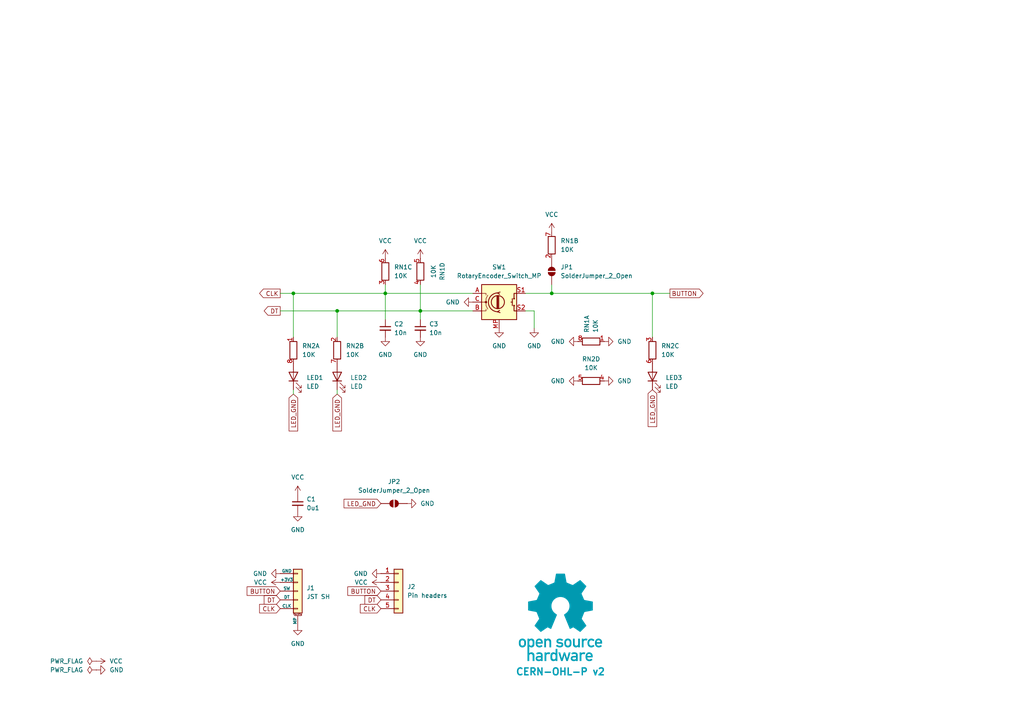
<source format=kicad_sch>
(kicad_sch (version 20231120) (generator "eeschema") (generator_version "8.0")
  (paper "A4")
  (lib_symbols
    (symbol "Connector_Generic:Conn_01x05" (pin_names (offset 1.016) hide)
      (property "Reference" "J" (at 0 7.62 0))
      (property "Value" "Conn_01x05" (at 0 -7.62 0))
      (symbol "Conn_01x05_1_1"
        (rectangle (start -1.27 -4.953) (end 0 -5.207) (stroke (width 0.1524)))
        (rectangle (start -1.27 -2.413) (end 0 -2.667) (stroke (width 0.1524)))
        (rectangle (start -1.27 0.127) (end 0 -0.127) (stroke (width 0.1524)))
        (rectangle (start -1.27 2.667) (end 0 2.413) (stroke (width 0.1524)))
        (rectangle (start -1.27 5.207) (end 0 4.953) (stroke (width 0.1524)))
        (rectangle (start -1.27 6.35) (end 1.27 -6.35) (stroke (width 0.254)) (fill (type background)))
        (pin passive line (at -5.08 5.08 0) (length 3.81) (name "Pin_1") (number "1"))
        (pin passive line (at -5.08 2.54 0) (length 3.81) (name "Pin_2") (number "2"))
        (pin passive line (at -5.08 0 0) (length 3.81) (name "Pin_3") (number "3"))
        (pin passive line (at -5.08 -2.54 0) (length 3.81) (name "Pin_4") (number "4"))
        (pin passive line (at -5.08 -5.08 0) (length 3.81) (name "Pin_5") (number "5"))
      )
    )
    (symbol "Device:C_Small" (pin_numbers hide) (pin_names (offset 0.254) hide)
      (property "Reference" "C" (at 0.254 1.778 0))
      (property "Value" "C_Small" (at 0.254 -2.032 0))
      (symbol "C_Small_0_1"
        (polyline (pts (xy -1.524 -0.508) (xy 1.524 -0.508)) (stroke (width 0.3302)))
        (polyline (pts (xy -1.524 0.508) (xy 1.524 0.508)) (stroke (width 0.3048)))
      )
      (symbol "C_Small_1_1"
        (pin passive line (at 0 2.54 270) (length 2.032) (name "~") (number "1"))
        (pin passive line (at 0 -2.54 90) (length 2.032) (name "~") (number "2"))
      )
    )
    (symbol "Device:LED" (pin_numbers hide) (pin_names (offset 1.016) hide)
      (property "Reference" "D" (at 0 2.54 0))
      (property "Value" "LED" (at 0 -2.54 0))
      (symbol "LED_0_1"
        (polyline (pts (xy -1.27 -1.27) (xy -1.27 1.27)) (stroke (width 0.254)))
        (polyline (pts (xy -1.27 0) (xy 1.27 0)))
        (polyline (pts (xy 1.27 -1.27) (xy 1.27 1.27) (xy -1.27 0) (xy 1.27 -1.27)) (stroke (width 0.254)))
        (polyline (pts (xy -3.048 -0.762) (xy -4.572 -2.286) (xy -3.81 -2.286) (xy -4.572 -2.286) (xy -4.572 -1.524)))
        (polyline (pts (xy -1.778 -0.762) (xy -3.302 -2.286) (xy -2.54 -2.286) (xy -3.302 -2.286) (xy -3.302 -1.524)))
      )
      (symbol "LED_1_1"
        (pin passive line (at -3.81 0 0) (length 2.54) (name "K") (number "1"))
        (pin passive line (at 3.81 0 180) (length 2.54) (name "A") (number "2"))
      )
    )
    (symbol "Device:R_Pack04_Split" (pin_names (offset 0) hide)
      (property "Reference" "RN" (at 2.032 0 90))
      (property "Value" "R_Pack04_Split" (at 0 0 90))
      (symbol "R_Pack04_Split_0_1"
        (rectangle (start 1.016 2.54) (end -1.016 -2.54) (stroke (width 0.254)))
      )
      (symbol "R_Pack04_Split_1_1"
        (pin passive line (at 0 -3.81 90) (length 1.27) (name "R1.1") (number "1"))
        (pin passive line (at 0 3.81 270) (length 1.27) (name "R1.2") (number "8"))
      )
      (symbol "R_Pack04_Split_2_1"
        (pin passive line (at 0 -3.81 90) (length 1.27) (name "R2.1") (number "2"))
        (pin passive line (at 0 3.81 270) (length 1.27) (name "R2.2") (number "7"))
      )
      (symbol "R_Pack04_Split_3_1"
        (pin passive line (at 0 -3.81 90) (length 1.27) (name "R3.1") (number "3"))
        (pin passive line (at 0 3.81 270) (length 1.27) (name "R3.2") (number "6"))
      )
      (symbol "R_Pack04_Split_4_1"
        (pin passive line (at 0 -3.81 90) (length 1.27) (name "R4.1") (number "4"))
        (pin passive line (at 0 3.81 270) (length 1.27) (name "R4.2") (number "5"))
      )
    )
    (symbol "Device:RotaryEncoder_Switch_MP" (pin_names (offset 0.254) hide)
      (property "Reference" "SW" (at 0 8.89 0))
      (property "Value" "RotaryEncoder_Switch_MP" (at 0 6.35 0))
      (symbol "RotaryEncoder_Switch_MP_0_1"
        (rectangle (start -5.08 5.08) (end 5.08 -5.08) (stroke (width 0.254)) (fill (type background)))
        (circle (center -3.81 0) (radius 0.254) (fill (type outline)))
        (circle (center -0.381 0) (radius 1.905) (stroke (width 0.254)))
        (arc (start -0.381 2.667) (mid -3.0988 -0.0635) (end -0.381 -2.794) (stroke (width 0.254)))
        (polyline (pts (xy -0.635 -1.778) (xy -0.635 1.778)) (stroke (width 0.254)))
        (polyline (pts (xy -0.381 -1.778) (xy -0.381 1.778)) (stroke (width 0.254)))
        (polyline (pts (xy -0.127 1.778) (xy -0.127 -1.778)) (stroke (width 0.254)))
        (polyline (pts (xy 3.81 0) (xy 3.429 0)) (stroke (width 0.254)))
        (polyline (pts (xy 3.81 1.016) (xy 3.81 -1.016)) (stroke (width 0.254)))
        (polyline (pts (xy -5.08 -2.54) (xy -3.81 -2.54) (xy -3.81 -2.032)))
        (polyline (pts (xy -5.08 2.54) (xy -3.81 2.54) (xy -3.81 2.032)))
        (polyline (pts (xy 0.254 -3.048) (xy -0.508 -2.794) (xy 0.127 -2.413)) (stroke (width 0.254)))
        (polyline (pts (xy 0.254 2.921) (xy -0.508 2.667) (xy 0.127 2.286)) (stroke (width 0.254)))
        (polyline (pts (xy 5.08 -2.54) (xy 4.318 -2.54) (xy 4.318 -1.016)) (stroke (width 0.254)))
        (polyline (pts (xy 5.08 2.54) (xy 4.318 2.54) (xy 4.318 1.016)) (stroke (width 0.254)))
        (polyline (pts (xy -5.08 0) (xy -3.81 0) (xy -3.81 -1.016) (xy -3.302 -2.032)))
        (polyline (pts (xy -4.318 0) (xy -3.81 0) (xy -3.81 1.016) (xy -3.302 2.032)))
        (circle (center 4.318 -1.016) (radius 0.127) (stroke (width 0.254)))
        (circle (center 4.318 1.016) (radius 0.127) (stroke (width 0.254)))
      )
      (symbol "RotaryEncoder_Switch_MP_1_1"
        (pin passive line (at -7.62 2.54 0) (length 2.54) (name "A") (number "A"))
        (pin passive line (at -7.62 -2.54 0) (length 2.54) (name "B") (number "B"))
        (pin passive line (at -7.62 0 0) (length 2.54) (name "C") (number "C"))
        (pin passive line (at 0 -7.62 90) (length 2.54) (name "MP") (number "MP"))
        (pin passive line (at 7.62 2.54 180) (length 2.54) (name "S1") (number "S1"))
        (pin passive line (at 7.62 -2.54 180) (length 2.54) (name "S2") (number "S2"))
      )
    )
    (symbol "Jumper:SolderJumper_2_Open" (pin_numbers hide) (pin_names (offset 0) hide) (exclude_from_sim yes) (in_bom no)
      (property "Reference" "JP" (at 0 2.032 0))
      (property "Value" "SolderJumper_2_Open" (at 0 -2.54 0))
      (symbol "SolderJumper_2_Open_0_1"
        (arc (start -0.254 1.016) (mid -1.2656 0) (end -0.254 -1.016))
        (arc (start -0.254 1.016) (mid -1.2656 0) (end -0.254 -1.016) (fill (type outline)))
        (polyline (pts (xy -0.254 1.016) (xy -0.254 -1.016)))
        (polyline (pts (xy 0.254 1.016) (xy 0.254 -1.016)))
        (arc (start 0.254 -1.016) (mid 1.2656 0) (end 0.254 1.016))
        (arc (start 0.254 -1.016) (mid 1.2656 0) (end 0.254 1.016) (fill (type outline)))
      )
      (symbol "SolderJumper_2_Open_1_1"
        (pin passive line (at -3.81 0 0) (length 2.54) (name "A") (number "1"))
        (pin passive line (at 3.81 0 180) (length 2.54) (name "B") (number "2"))
      )
    )
    (symbol "connector:JST_SH_01x05_RotaryEncoder" (pin_numbers hide) (pin_names (offset 0))
      (property "Reference" "J" (at 0 7.62 0))
      (property "Value" "JST SH" (at 1.27 -7.62 0))
      (symbol "JST_SH_01x05_RotaryEncoder_1_1"
        (rectangle (start -1.27 -4.953) (end 0 -5.207) (stroke (width 0.1524)))
        (rectangle (start -1.27 -2.413) (end 0 -2.667) (stroke (width 0.1524)))
        (rectangle (start -1.27 0.127) (end 0 -0.127) (stroke (width 0.1524)))
        (rectangle (start -1.27 2.667) (end 0 2.413) (stroke (width 0.1524)))
        (rectangle (start -1.27 5.207) (end 0 4.953) (stroke (width 0.1524)))
        (rectangle (start -1.27 6.35) (end 1.27 -6.35) (stroke (width 0.254)) (fill (type background)))
        (polyline (pts (xy -1.016 -7.112) (xy 1.016 -7.112)) (stroke (width 0.1524)))
        (text "Mounting" (at 0 -6.731 0) (effects (font (size 0.381 0.381))))
        (pin passive line (at -5.08 5.08 0) (length 3.81) (name "GND") (number "1"))
        (pin passive line (at -5.08 2.54 0) (length 3.81) (name "+3V3") (number "2"))
        (pin passive line (at -5.08 0 0) (length 3.81) (name "SW") (number "3"))
        (pin passive line (at -5.08 -2.54 0) (length 3.81) (name "DT") (number "4"))
        (pin passive line (at -5.08 -5.08 0) (length 3.81) (name "CLK") (number "5"))
        (pin passive line (at 0 -10.16 90) (length 3.048) (name "MP") (number "MP"))
      )
    )
    (symbol "power:GND" (power) (pin_numbers hide) (pin_names (offset 0) hide)
      (property "Value" "GND" (at 0 -3.81 0))
      (symbol "GND_0_1"
        (polyline (pts (xy 0 0) (xy 0 -1.27) (xy 1.27 -1.27) (xy 0 -2.54) (xy -1.27 -1.27) (xy 0 -1.27)))
      )
      (symbol "GND_1_1"
        (pin power_in line (at 0 0 270) (length 0) (name "~") (number "1"))
      )
    )
    (symbol "power:PWR_FLAG" (power) (pin_numbers hide) (pin_names (offset 0) hide)
      (property "Value" "PWR_FLAG" (at 0 3.81 0))
      (symbol "PWR_FLAG_0_0"
        (pin power_out line (at 0 0 90) (length 0) (name "~") (number "1"))
      )
      (symbol "PWR_FLAG_0_1"
        (polyline (pts (xy 0 0) (xy 0 1.27) (xy -1.016 1.905) (xy 0 2.54) (xy 1.016 1.905) (xy 0 1.27)))
      )
    )
    (symbol "power:VCC" (power) (pin_numbers hide) (pin_names (offset 0) hide)
      (property "Value" "VCC" (at 0 3.556 0))
      (symbol "VCC_0_1"
        (polyline (pts (xy -0.762 1.27) (xy 0 2.54)))
        (polyline (pts (xy 0 0) (xy 0 2.54)))
        (polyline (pts (xy 0 2.54) (xy 0.762 1.27)))
      )
      (symbol "VCC_1_1"
        (pin power_in line (at 0 0 90) (length 0) (name "~") (number "1"))
      )
    )
  )
  (junction (at 189.23 85.09))
  (junction (at 85.09 85.09))
  (junction (at 121.92 90.17))
  (junction (at 160.02 85.09))
  (junction (at 111.76 85.09))
  (junction (at 97.79 90.17))
  (wire (pts (xy 81.28 90.17) (xy 97.79 90.17)))
  (wire (pts (xy 97.79 114.3) (xy 97.79 113.03)))
  (wire (pts (xy 111.76 82.55) (xy 111.76 85.09)))
  (wire (pts (xy 160.02 82.55) (xy 160.02 85.09)))
  (wire (pts (xy 97.79 90.17) (xy 97.79 97.79)))
  (wire (pts (xy 81.28 85.09) (xy 85.09 85.09)))
  (wire (pts (xy 85.09 85.09) (xy 111.76 85.09)))
  (wire (pts (xy 152.4 85.09) (xy 160.02 85.09)))
  (wire (pts (xy 111.76 85.09) (xy 137.16 85.09)))
  (wire (pts (xy 154.94 90.17) (xy 154.94 95.25)))
  (wire (pts (xy 152.4 90.17) (xy 154.94 90.17)))
  (wire (pts (xy 160.02 85.09) (xy 189.23 85.09)))
  (wire (pts (xy 85.09 114.3) (xy 85.09 113.03)))
  (wire (pts (xy 121.92 90.17) (xy 121.92 82.55)))
  (wire (pts (xy 189.23 85.09) (xy 194.31 85.09)))
  (wire (pts (xy 111.76 85.09) (xy 111.76 92.71)))
  (wire (pts (xy 85.09 85.09) (xy 85.09 97.79)))
  (wire (pts (xy 97.79 90.17) (xy 121.92 90.17)))
  (wire (pts (xy 121.92 90.17) (xy 121.92 92.71)))
  (wire (pts (xy 189.23 85.09) (xy 189.23 97.79)))
  (wire (pts (xy 121.92 90.17) (xy 137.16 90.17)))
  (image (at 162.56 179.07) (scale 0.37481))
  (text "CERN-OHL-P v2" (at 162.56 195.072 0) (effects (font (size 2 2) (thickness 0.4) (bold yes))))
  (global_label "LED_GND" (shape input) (at 189.23 113.03 270) (property "Intersheetrefs" "${INTERSHEET_REFS}" (effects (hide yes))))
  (global_label "DT" (shape input) (at 81.28 173.99 180) (property "Intersheetrefs" "${INTERSHEET_REFS}" (effects (hide yes))))
  (global_label "LED_GND" (shape input) (at 110.49 146.05 180) (property "Intersheetrefs" "${INTERSHEET_REFS}" (effects (hide yes))))
  (global_label "BUTTON" (shape input) (at 110.49 171.45 180) (property "Intersheetrefs" "${INTERSHEET_REFS}" (effects (hide yes))))
  (global_label "DT" (shape input) (at 110.49 173.99 180) (property "Intersheetrefs" "${INTERSHEET_REFS}" (effects (hide yes))))
  (global_label "BUTTON" (shape output) (at 194.31 85.09 0) (property "Intersheetrefs" "${INTERSHEET_REFS}" (effects (hide yes))))
  (global_label "DT" (shape output) (at 81.28 90.17 180) (property "Intersheetrefs" "${INTERSHEET_REFS}" (effects (hide yes))))
  (global_label "LED_GND" (shape input) (at 85.09 114.3 270) (property "Intersheetrefs" "${INTERSHEET_REFS}" (effects (hide yes))))
  (global_label "BUTTON" (shape input) (at 81.28 171.45 180) (property "Intersheetrefs" "${INTERSHEET_REFS}" (effects (hide yes))))
  (global_label "CLK" (shape input) (at 110.49 176.53 180) (property "Intersheetrefs" "${INTERSHEET_REFS}" (effects (hide yes))))
  (global_label "CLK" (shape output) (at 81.28 85.09 180) (property "Intersheetrefs" "${INTERSHEET_REFS}" (effects (hide yes))))
  (global_label "CLK" (shape input) (at 81.28 176.53 180) (property "Intersheetrefs" "${INTERSHEET_REFS}" (effects (hide yes))))
  (global_label "LED_GND" (shape input) (at 97.79 114.3 270) (property "Intersheetrefs" "${INTERSHEET_REFS}" (effects (hide yes))))
  (symbol (lib_id "power:VCC") (at 86.36 143.51 0) (unit 1)
    (property "Reference" "#PWR016" (effects (hide yes)))
    (property "Value" "VCC" (at 86.36 138.43 0))
    (property "Description" "Power symbol creates a global label with name \"VCC\"" (effects (hide yes)))
  )
  (symbol (lib_id "power:GND") (at 144.78 95.25 0) (unit 1)
    (property "Reference" "#PWR03" (effects (hide yes)))
    (property "Value" "GND" (at 144.78 100.33 0))
    (property "Description" "Power symbol creates a global label with name \"GND\" , ground" (effects (hide yes)))
  )
  (symbol (lib_id "Device:R_Pack04_Split") (at 111.76 78.74 0) (unit 3)
    (property "Reference" "RN1" (at 114.3 77.4699 0) (effects (justify left)))
    (property "Value" "10K" (at 114.3 80.0099 0) (effects (justify left)))
    (property "Footprint" "Resistor_SMD:R_Array_Convex_4x0603" (effects (hide yes)))
    (property "Description" "4 resistor network, parallel topology, split" (effects (hide yes)))
  )
  (symbol (lib_id "Jumper:SolderJumper_2_Open") (at 160.02 78.74 90) (unit 1) (exclude_from_sim yes) (in_bom no)
    (property "Reference" "JP1" (at 162.56 77.4699 90) (effects (justify right)))
    (property "Value" "SolderJumper_2_Open" (at 162.56 80.0099 90) (effects (justify right)))
    (property "Footprint" "custom:SolderJumper-2_P1.0mm_Open_Pad" (effects (hide yes)))
    (property "Description" "Solder Jumper, 2-pole, open" (effects (hide yes)))
  )
  (symbol (lib_id "Device:RotaryEncoder_Switch_MP") (at 144.78 87.63 0) (unit 1)
    (property "Reference" "SW1" (at 144.78 77.47 0))
    (property "Value" "RotaryEncoder_Switch_MP" (at 144.78 80.01 0))
    (property "Footprint" "electromechanical:RotaryEncoder_Alps_EC11E-Switch_Vertical_H20mm" (effects (hide yes)))
    (property "Description" "Rotary encoder, dual channel, incremental quadrate outputs, with switch and MP Pin" (effects (hide yes)))
  )
  (symbol (lib_id "Device:R_Pack04_Split") (at 160.02 71.12 0) (unit 2)
    (property "Reference" "RN1" (at 162.56 69.8499 0) (effects (justify left)))
    (property "Value" "10K" (at 162.56 72.3899 0) (effects (justify left)))
    (property "Footprint" "Resistor_SMD:R_Array_Convex_4x0603" (effects (hide yes)))
    (property "Description" "4 resistor network, parallel topology, split" (effects (hide yes)))
  )
  (symbol (lib_id "power:GND") (at 81.28 166.37 270) (unit 1)
    (property "Reference" "#PWR05" (effects (hide yes)))
    (property "Value" "GND" (at 77.47 166.3699 90) (effects (justify right)))
    (property "Description" "Power symbol creates a global label with name \"GND\" , ground" (effects (hide yes)))
  )
  (symbol (lib_id "power:GND") (at 118.11 146.05 90) (unit 1)
    (property "Reference" "#PWR021" (effects (hide yes)))
    (property "Value" "GND" (at 121.92 146.0499 90) (effects (justify right)))
    (property "Description" "Power symbol creates a global label with name \"GND\" , ground" (effects (hide yes)))
  )
  (symbol (lib_id "Device:R_Pack04_Split") (at 121.92 78.74 0) (unit 4)
    (property "Reference" "RN1" (at 128.27 78.74 90))
    (property "Value" "10K" (at 125.73 78.74 90))
    (property "Footprint" "Resistor_SMD:R_Array_Convex_4x0603" (effects (hide yes)))
    (property "Description" "4 resistor network, parallel topology, split" (effects (hide yes)))
  )
  (symbol (lib_id "power:GND") (at 137.16 87.63 270) (unit 1)
    (property "Reference" "#PWR08" (effects (hide yes)))
    (property "Value" "GND" (at 133.35 87.6299 90) (effects (justify right)))
    (property "Description" "Power symbol creates a global label with name \"GND\" , ground" (effects (hide yes)))
  )
  (symbol (lib_id "power:VCC") (at 110.49 168.91 90) (unit 1)
    (property "Reference" "#PWR015" (effects (hide yes)))
    (property "Value" "VCC" (at 106.68 168.9099 90) (effects (justify left)))
    (property "Description" "Power symbol creates a global label with name \"VCC\"" (effects (hide yes)))
  )
  (symbol (lib_id "power:VCC") (at 121.92 74.93 0) (unit 1)
    (property "Reference" "#PWR09" (effects (hide yes)))
    (property "Value" "VCC" (at 121.92 69.85 0))
    (property "Description" "Power symbol creates a global label with name \"VCC\"" (effects (hide yes)))
  )
  (symbol (lib_id "power:GND") (at 121.92 97.79 0) (unit 1)
    (property "Reference" "#PWR019" (effects (hide yes)))
    (property "Value" "GND" (at 121.92 102.87 0))
    (property "Description" "Power symbol creates a global label with name \"GND\" , ground" (effects (hide yes)))
  )
  (symbol (lib_id "power:GND") (at 167.64 110.49 270) (unit 1)
    (property "Reference" "#PWR020" (effects (hide yes)))
    (property "Value" "GND" (at 163.83 110.4899 90) (effects (justify right)))
    (property "Description" "Power symbol creates a global label with name \"GND\" , ground" (effects (hide yes)))
  )
  (symbol (lib_id "power:GND") (at 86.36 181.61 0) (unit 1)
    (property "Reference" "#PWR04" (effects (hide yes)))
    (property "Value" "GND" (at 86.36 186.69 0))
    (property "Description" "Power symbol creates a global label with name \"GND\" , ground" (effects (hide yes)))
  )
  (symbol (lib_id "Jumper:SolderJumper_2_Open") (at 114.3 146.05 0) (unit 1) (exclude_from_sim yes) (in_bom no)
    (property "Reference" "JP2" (at 114.3 139.7 0))
    (property "Value" "SolderJumper_2_Open" (at 114.3 142.24 0))
    (property "Footprint" "custom:SolderJumper-2_P1.0mm_Open_Pad" (effects (hide yes)))
    (property "Description" "Solder Jumper, 2-pole, open" (effects (hide yes)))
  )
  (symbol (lib_id "power:VCC") (at 27.94 191.77 270) (unit 1)
    (property "Reference" "#PWR01" (effects (hide yes)))
    (property "Value" "VCC" (at 31.75 191.7699 90) (effects (justify left)))
    (property "Description" "Power symbol creates a global label with name \"VCC\"" (effects (hide yes)))
  )
  (symbol (lib_id "connector:JST_SH_01x05_RotaryEncoder") (at 86.36 171.45 0) (unit 1)
    (property "Reference" "J1" (at 88.9 170.5355 0) (effects (justify left)))
    (property "Value" "JST SH" (at 88.9 173.0755 0) (effects (justify left)))
    (property "Footprint" "connector:JST_SH_SM05B-SRSS-TB_1x05-1MP_P1.00mm_Horizontal" (effects (hide yes)))
    (property "Description" "JST SH connector for rotary encoder" (effects (hide yes)))
    (property "LCSC Part" "C7433426" (effects (hide yes)))
  )
  (symbol (lib_id "Device:LED") (at 85.09 109.22 90) (unit 1)
    (property "Reference" "LED1" (at 88.9 109.5374 90) (effects (justify right)))
    (property "Value" "LED" (at 88.9 112.0774 90) (effects (justify right)))
    (property "Footprint" "LED_SMD:LED_0402_1005Metric_Pad0.77x0.64mm_HandSolder" (effects (hide yes)))
    (property "Description" "Light emitting diode" (effects (hide yes)))
  )
  (symbol (lib_id "Device:R_Pack04_Split") (at 171.45 99.06 90) (unit 1)
    (property "Reference" "RN1" (at 170.1799 96.52 0) (effects (justify left)))
    (property "Value" "10K" (at 172.7199 96.52 0) (effects (justify left)))
    (property "Footprint" "Resistor_SMD:R_Array_Convex_4x0603" (effects (hide yes)))
    (property "Description" "4 resistor network, parallel topology, split" (effects (hide yes)))
  )
  (symbol (lib_id "power:GND") (at 175.26 110.49 90) (unit 1)
    (property "Reference" "#PWR022" (effects (hide yes)))
    (property "Value" "GND" (at 179.07 110.4899 90) (effects (justify right)))
    (property "Description" "Power symbol creates a global label with name \"GND\" , ground" (effects (hide yes)))
  )
  (symbol (lib_id "Device:LED") (at 97.79 109.22 90) (unit 1)
    (property "Reference" "LED2" (at 101.6 109.5374 90) (effects (justify right)))
    (property "Value" "LED" (at 101.6 112.0774 90) (effects (justify right)))
    (property "Footprint" "LED_SMD:LED_0402_1005Metric_Pad0.77x0.64mm_HandSolder" (effects (hide yes)))
    (property "Description" "Light emitting diode" (effects (hide yes)))
  )
  (symbol (lib_id "Device:R_Pack04_Split") (at 85.09 101.6 180) (unit 1)
    (property "Reference" "RN2" (at 87.63 100.3299 0) (effects (justify right)))
    (property "Value" "10K" (at 87.63 102.8699 0) (effects (justify right)))
    (property "Footprint" "Resistor_SMD:R_Array_Convex_4x0603" (effects (hide yes)))
    (property "Description" "4 resistor network, parallel topology, split" (effects (hide yes)))
  )
  (symbol (lib_id "power:GND") (at 27.94 194.31 90) (unit 1)
    (property "Reference" "#PWR02" (effects (hide yes)))
    (property "Value" "GND" (at 31.75 194.3099 90) (effects (justify right)))
    (property "Description" "Power symbol creates a global label with name \"GND\" , ground" (effects (hide yes)))
  )
  (symbol (lib_id "Device:R_Pack04_Split") (at 171.45 110.49 90) (unit 4)
    (property "Reference" "RN2" (at 171.45 104.14 90))
    (property "Value" "10K" (at 171.45 106.68 90))
    (property "Footprint" "Resistor_SMD:R_Array_Convex_4x0603" (effects (hide yes)))
    (property "Description" "4 resistor network, parallel topology, split" (effects (hide yes)))
  )
  (symbol (lib_id "power:GND") (at 154.94 95.25 0) (unit 1)
    (property "Reference" "#PWR07" (effects (hide yes)))
    (property "Value" "GND" (at 154.94 100.33 0))
    (property "Description" "Power symbol creates a global label with name \"GND\" , ground" (effects (hide yes)))
  )
  (symbol (lib_id "power:GND") (at 111.76 97.79 0) (unit 1)
    (property "Reference" "#PWR018" (effects (hide yes)))
    (property "Value" "GND" (at 111.76 102.87 0))
    (property "Description" "Power symbol creates a global label with name \"GND\" , ground" (effects (hide yes)))
  )
  (symbol (lib_id "power:PWR_FLAG") (at 27.94 191.77 90) (unit 1)
    (property "Reference" "#FLG01" (effects (hide yes)))
    (property "Value" "PWR_FLAG" (at 24.13 191.7699 90) (effects (justify left)))
    (property "Description" "Special symbol for telling ERC where power comes from" (effects (hide yes)))
  )
  (symbol (lib_id "power:VCC") (at 111.76 74.93 0) (unit 1)
    (property "Reference" "#PWR010" (effects (hide yes)))
    (property "Value" "VCC" (at 111.76 69.85 0))
    (property "Description" "Power symbol creates a global label with name \"VCC\"" (effects (hide yes)))
  )
  (symbol (lib_id "power:GND") (at 167.64 99.06 270) (unit 1)
    (property "Reference" "#PWR013" (effects (hide yes)))
    (property "Value" "GND" (at 163.83 99.0599 90) (effects (justify right)))
    (property "Description" "Power symbol creates a global label with name \"GND\" , ground" (effects (hide yes)))
  )
  (symbol (lib_id "Device:C_Small") (at 111.76 95.25 0) (unit 1)
    (property "Reference" "C2" (at 114.3 93.9862 0) (effects (justify left)))
    (property "Value" "10n" (at 114.3 96.5262 0) (effects (justify left)))
    (property "Footprint" "discrete:C_0603_1608Metric_Pad1.08x0.95mm_HandSolder" (effects (hide yes)))
    (property "Description" "Unpolarized capacitor, small symbol" (effects (hide yes)))
  )
  (symbol (lib_id "Device:R_Pack04_Split") (at 97.79 101.6 180) (unit 2)
    (property "Reference" "RN2" (at 100.33 100.3299 0) (effects (justify right)))
    (property "Value" "10K" (at 100.33 102.8699 0) (effects (justify right)))
    (property "Footprint" "Resistor_SMD:R_Array_Convex_4x0603" (effects (hide yes)))
    (property "Description" "4 resistor network, parallel topology, split" (effects (hide yes)))
  )
  (symbol (lib_id "power:VCC") (at 160.02 67.31 0) (unit 1)
    (property "Reference" "#PWR011" (effects (hide yes)))
    (property "Value" "VCC" (at 160.02 62.23 0))
    (property "Description" "Power symbol creates a global label with name \"VCC\"" (effects (hide yes)))
  )
  (symbol (lib_id "power:GND") (at 86.36 148.59 0) (unit 1)
    (property "Reference" "#PWR017" (effects (hide yes)))
    (property "Value" "GND" (at 86.36 153.67 0))
    (property "Description" "Power symbol creates a global label with name \"GND\" , ground" (effects (hide yes)))
  )
  (symbol (lib_id "power:GND") (at 110.49 166.37 270) (unit 1)
    (property "Reference" "#PWR014" (effects (hide yes)))
    (property "Value" "GND" (at 106.68 166.3699 90) (effects (justify right)))
    (property "Description" "Power symbol creates a global label with name \"GND\" , ground" (effects (hide yes)))
  )
  (symbol (lib_id "Device:LED") (at 189.23 109.22 90) (unit 1)
    (property "Reference" "LED3" (at 193.04 109.5374 90) (effects (justify right)))
    (property "Value" "LED" (at 193.04 112.0774 90) (effects (justify right)))
    (property "Footprint" "LED_SMD:LED_0402_1005Metric_Pad0.77x0.64mm_HandSolder" (effects (hide yes)))
    (property "Description" "Light emitting diode" (effects (hide yes)))
  )
  (symbol (lib_id "power:PWR_FLAG") (at 27.94 194.31 90) (unit 1)
    (property "Reference" "#FLG02" (effects (hide yes)))
    (property "Value" "PWR_FLAG" (at 24.13 194.3099 90) (effects (justify left)))
    (property "Description" "Special symbol for telling ERC where power comes from" (effects (hide yes)))
  )
  (symbol (lib_id "power:GND") (at 175.26 99.06 90) (unit 1)
    (property "Reference" "#PWR012" (effects (hide yes)))
    (property "Value" "GND" (at 179.07 99.0599 90) (effects (justify right)))
    (property "Description" "Power symbol creates a global label with name \"GND\" , ground" (effects (hide yes)))
  )
  (symbol (lib_id "Device:C_Small") (at 121.92 95.25 0) (unit 1)
    (property "Reference" "C3" (at 124.46 93.9862 0) (effects (justify left)))
    (property "Value" "10n" (at 124.46 96.5262 0) (effects (justify left)))
    (property "Footprint" "discrete:C_0603_1608Metric_Pad1.08x0.95mm_HandSolder" (effects (hide yes)))
    (property "Description" "Unpolarized capacitor, small symbol" (effects (hide yes)))
  )
  (symbol (lib_id "power:VCC") (at 81.28 168.91 90) (unit 1)
    (property "Reference" "#PWR06" (effects (hide yes)))
    (property "Value" "VCC" (at 77.47 168.9099 90) (effects (justify left)))
    (property "Description" "Power symbol creates a global label with name \"VCC\"" (effects (hide yes)))
  )
  (symbol (lib_id "Device:R_Pack04_Split") (at 189.23 101.6 180) (unit 3)
    (property "Reference" "RN2" (at 191.77 100.3299 0) (effects (justify right)))
    (property "Value" "10K" (at 191.77 102.8699 0) (effects (justify right)))
    (property "Footprint" "Resistor_SMD:R_Array_Convex_4x0603" (effects (hide yes)))
    (property "Description" "4 resistor network, parallel topology, split" (effects (hide yes)))
  )
  (symbol (lib_id "Connector_Generic:Conn_01x05") (at 115.57 171.45 0) (unit 1)
    (property "Reference" "J2" (at 118.11 170.1799 0) (effects (justify left)))
    (property "Value" "Pin headers" (at 118.11 172.7199 0) (effects (justify left)))
    (property "Footprint" "custom:PinHeader_1x05_P2.54mm_Vertical_simple_pad1gnd" (effects (hide yes)))
    (property "Description" "Generic connector, single row, 01x05, script generated (kicad-library-utils/schlib/autogen/connector/)" (effects (hide yes)))
  )
  (symbol (lib_id "Device:C_Small") (at 86.36 146.05 0) (unit 1)
    (property "Reference" "C1" (at 88.9 144.7862 0) (effects (justify left)))
    (property "Value" "0u1" (at 88.9 147.3262 0) (effects (justify left)))
    (property "Footprint" "discrete:C_0603_1608Metric_Pad1.08x0.95mm_HandSolder" (effects (hide yes)))
    (property "Description" "Unpolarized capacitor, small symbol" (effects (hide yes)))
  )
)
</source>
